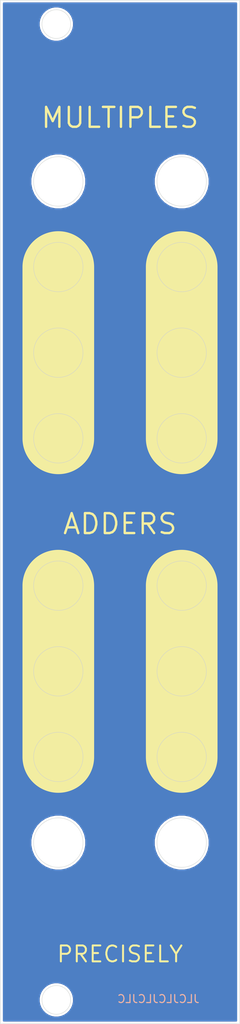
<source format=kicad_pcb>
(kicad_pcb (version 20171130) (host pcbnew "(5.1.10)-1")

  (general
    (thickness 1.6)
    (drawings 36)
    (tracks 0)
    (zones 0)
    (modules 0)
    (nets 1)
  )

  (page A4)
  (layers
    (0 F.Cu signal)
    (31 B.Cu signal)
    (32 B.Adhes user hide)
    (33 F.Adhes user hide)
    (34 B.Paste user hide)
    (35 F.Paste user hide)
    (36 B.SilkS user)
    (37 F.SilkS user)
    (38 B.Mask user)
    (39 F.Mask user)
    (40 Dwgs.User user)
    (41 Cmts.User user hide)
    (42 Eco1.User user)
    (43 Eco2.User user)
    (44 Edge.Cuts user)
    (45 Margin user)
    (46 B.CrtYd user)
    (47 F.CrtYd user)
    (48 B.Fab user hide)
    (49 F.Fab user hide)
  )

  (setup
    (last_trace_width 0.25)
    (user_trace_width 0.3)
    (user_trace_width 0.35)
    (trace_clearance 0.2)
    (zone_clearance 0.254)
    (zone_45_only no)
    (trace_min 0.2)
    (via_size 0.8)
    (via_drill 0.4)
    (via_min_size 0.4)
    (via_min_drill 0.3)
    (uvia_size 0.3)
    (uvia_drill 0.1)
    (uvias_allowed no)
    (uvia_min_size 0.2)
    (uvia_min_drill 0.1)
    (edge_width 0.05)
    (segment_width 0.2)
    (pcb_text_width 0.3)
    (pcb_text_size 1.5 1.5)
    (mod_edge_width 0.12)
    (mod_text_size 1 1)
    (mod_text_width 0.15)
    (pad_size 1.524 1.524)
    (pad_drill 0.762)
    (pad_to_mask_clearance 0)
    (aux_axis_origin 0 0)
    (visible_elements 7FFFFFFF)
    (pcbplotparams
      (layerselection 0x010fc_ffffffff)
      (usegerberextensions true)
      (usegerberattributes false)
      (usegerberadvancedattributes false)
      (creategerberjobfile false)
      (excludeedgelayer true)
      (linewidth 0.100000)
      (plotframeref false)
      (viasonmask false)
      (mode 1)
      (useauxorigin false)
      (hpglpennumber 1)
      (hpglpenspeed 20)
      (hpglpendiameter 15.000000)
      (psnegative false)
      (psa4output false)
      (plotreference true)
      (plotvalue false)
      (plotinvisibletext false)
      (padsonsilk false)
      (subtractmaskfromsilk true)
      (outputformat 1)
      (mirror false)
      (drillshape 0)
      (scaleselection 1)
      (outputdirectory "AddBuff panel gerbs/V2AddBuffPanelgerbs/"))
  )

  (net 0 "")

  (net_class Default "This is the default net class."
    (clearance 0.2)
    (trace_width 0.25)
    (via_dia 0.8)
    (via_drill 0.4)
    (uvia_dia 0.3)
    (uvia_drill 0.1)
  )

  (gr_circle (center 137 145.75) (end 139.1 145.75) (layer B.Mask) (width 0.6) (tstamp 64E16C89))
  (gr_circle (center 137 145.75) (end 139.1 145.75) (layer F.Mask) (width 0.6) (tstamp 64E16C89))
  (gr_circle (center 137 23.25) (end 139.1 23.25) (layer B.Mask) (width 0.6) (tstamp 64E16C54))
  (gr_circle (center 137 23.25) (end 139.1 23.25) (layer F.Mask) (width 0.6))
  (gr_text PRECISELY (at 145 140) (layer F.SilkS)
    (effects (font (size 2 2) (thickness 0.25)))
  )
  (gr_line (start 152.75 93.75) (end 152.75 115.25) (layer F.SilkS) (width 9) (tstamp 64C56FB8))
  (gr_line (start 137.25 93.75) (end 137.25 115.25) (layer F.SilkS) (width 9) (tstamp 64C56FB8))
  (gr_line (start 152.75 53.75) (end 152.75 75.25) (layer F.SilkS) (width 9) (tstamp 64C56FB8))
  (gr_text ADDERS (at 145 86) (layer F.SilkS)
    (effects (font (size 2.5 2.5) (thickness 0.3)))
  )
  (gr_text MULTIPLES (at 145 35) (layer F.SilkS)
    (effects (font (size 2.5 2.5) (thickness 0.3)))
  )
  (gr_line (start 137.25 53.75) (end 137.25 75.25) (layer F.SilkS) (width 9))
  (gr_text JLCJLCJLCJLC (at 149.825 145.625) (layer B.SilkS)
    (effects (font (size 1 1) (thickness 0.15)) (justify mirror))
  )
  (gr_circle (center 152.75 93.75) (end 155.85 93.75) (layer Edge.Cuts) (width 0.05) (tstamp 64C524B7))
  (gr_circle (center 152.75 104.5) (end 155.85 104.5) (layer Edge.Cuts) (width 0.05) (tstamp 64C524B6))
  (gr_circle (center 152.75 115.25) (end 155.85 115.25) (layer Edge.Cuts) (width 0.05) (tstamp 64C524B5))
  (gr_circle (center 152.75 126) (end 155.85 126) (layer Edge.Cuts) (width 0.05) (tstamp 64C524B4))
  (gr_circle (center 137.25 93.75) (end 140.35 93.75) (layer Edge.Cuts) (width 0.05) (tstamp 64C524B7))
  (gr_circle (center 137.25 104.5) (end 140.35 104.5) (layer Edge.Cuts) (width 0.05) (tstamp 64C524B6))
  (gr_circle (center 137.25 115.25) (end 140.35 115.25) (layer Edge.Cuts) (width 0.05) (tstamp 64C524B5))
  (gr_circle (center 137.25 126) (end 140.35 126) (layer Edge.Cuts) (width 0.05) (tstamp 64C524B4))
  (gr_circle (center 152.75 43) (end 155.85 43) (layer Edge.Cuts) (width 0.05) (tstamp 64C524B7))
  (gr_circle (center 152.75 53.75) (end 155.85 53.75) (layer Edge.Cuts) (width 0.05) (tstamp 64C524B6))
  (gr_circle (center 152.75 64.5) (end 155.85 64.5) (layer Edge.Cuts) (width 0.05) (tstamp 64C524B5))
  (gr_circle (center 152.75 75.25) (end 155.85 75.25) (layer Edge.Cuts) (width 0.05) (tstamp 64C524B4))
  (gr_circle (center 137.25 75.25) (end 140.35 75.25) (layer Edge.Cuts) (width 0.05))
  (gr_circle (center 137.25 64.5) (end 140.35 64.5) (layer Edge.Cuts) (width 0.05))
  (gr_circle (center 137.25 53.75) (end 140.35 53.75) (layer Edge.Cuts) (width 0.05))
  (gr_circle (center 137.25 43) (end 140.35 43) (layer Edge.Cuts) (width 0.05))
  (gr_circle (center 137 23.25) (end 138.8 23.25) (layer Edge.Cuts) (width 0.05))
  (gr_circle (center 137 145.75) (end 138.8 145.75) (layer Edge.Cuts) (width 0.05))
  (gr_line (start 130 137) (end 160 137) (layer Dwgs.User) (width 0.15))
  (gr_line (start 130 32) (end 160 32) (layer Dwgs.User) (width 0.15))
  (gr_line (start 130 148.75) (end 130 20.25) (layer Edge.Cuts) (width 0.05))
  (gr_line (start 160 148.75) (end 130 148.75) (layer Edge.Cuts) (width 0.05) (tstamp 64C52467))
  (gr_line (start 160 20.25) (end 160 148.75) (layer Edge.Cuts) (width 0.05))
  (gr_line (start 130 20.25) (end 160 20.25) (layer Edge.Cuts) (width 0.05))

  (zone (net 0) (net_name "") (layer F.Cu) (tstamp 0) (hatch edge 0.508)
    (connect_pads (clearance 0.254))
    (min_thickness 0.254)
    (fill yes (arc_segments 32) (thermal_gap 0.508) (thermal_bridge_width 0.508))
    (polygon
      (pts
        (xy 160 148.75) (xy 130 148.75) (xy 130 20.25) (xy 160 20.25)
      )
    )
    (filled_polygon
      (pts
        (xy 159.594001 148.344) (xy 130.406 148.344) (xy 130.406 145.531814) (xy 134.784719 145.531814) (xy 134.784719 145.968186)
        (xy 134.869851 146.396174) (xy 135.036843 146.799329) (xy 135.279279 147.162159) (xy 135.587841 147.470721) (xy 135.950671 147.713157)
        (xy 136.353826 147.880149) (xy 136.781814 147.965281) (xy 137.218186 147.965281) (xy 137.646174 147.880149) (xy 138.049329 147.713157)
        (xy 138.412159 147.470721) (xy 138.720721 147.162159) (xy 138.963157 146.799329) (xy 139.130149 146.396174) (xy 139.215281 145.968186)
        (xy 139.215281 145.531814) (xy 139.130149 145.103826) (xy 138.963157 144.700671) (xy 138.720721 144.337841) (xy 138.412159 144.029279)
        (xy 138.049329 143.786843) (xy 137.646174 143.619851) (xy 137.218186 143.534719) (xy 136.781814 143.534719) (xy 136.353826 143.619851)
        (xy 135.950671 143.786843) (xy 135.587841 144.029279) (xy 135.279279 144.337841) (xy 135.036843 144.700671) (xy 134.869851 145.103826)
        (xy 134.784719 145.531814) (xy 130.406 145.531814) (xy 130.406 125.654392) (xy 133.740979 125.654392) (xy 133.740979 126.345608)
        (xy 133.875828 127.023544) (xy 134.140346 127.662145) (xy 134.524365 128.236871) (xy 135.013129 128.725635) (xy 135.587855 129.109654)
        (xy 136.226456 129.374172) (xy 136.904392 129.509021) (xy 137.595608 129.509021) (xy 138.273544 129.374172) (xy 138.912145 129.109654)
        (xy 139.486871 128.725635) (xy 139.975635 128.236871) (xy 140.359654 127.662145) (xy 140.624172 127.023544) (xy 140.759021 126.345608)
        (xy 140.759021 125.654392) (xy 149.240979 125.654392) (xy 149.240979 126.345608) (xy 149.375828 127.023544) (xy 149.640346 127.662145)
        (xy 150.024365 128.236871) (xy 150.513129 128.725635) (xy 151.087855 129.109654) (xy 151.726456 129.374172) (xy 152.404392 129.509021)
        (xy 153.095608 129.509021) (xy 153.773544 129.374172) (xy 154.412145 129.109654) (xy 154.986871 128.725635) (xy 155.475635 128.236871)
        (xy 155.859654 127.662145) (xy 156.124172 127.023544) (xy 156.259021 126.345608) (xy 156.259021 125.654392) (xy 156.124172 124.976456)
        (xy 155.859654 124.337855) (xy 155.475635 123.763129) (xy 154.986871 123.274365) (xy 154.412145 122.890346) (xy 153.773544 122.625828)
        (xy 153.095608 122.490979) (xy 152.404392 122.490979) (xy 151.726456 122.625828) (xy 151.087855 122.890346) (xy 150.513129 123.274365)
        (xy 150.024365 123.763129) (xy 149.640346 124.337855) (xy 149.375828 124.976456) (xy 149.240979 125.654392) (xy 140.759021 125.654392)
        (xy 140.624172 124.976456) (xy 140.359654 124.337855) (xy 139.975635 123.763129) (xy 139.486871 123.274365) (xy 138.912145 122.890346)
        (xy 138.273544 122.625828) (xy 137.595608 122.490979) (xy 136.904392 122.490979) (xy 136.226456 122.625828) (xy 135.587855 122.890346)
        (xy 135.013129 123.274365) (xy 134.524365 123.763129) (xy 134.140346 124.337855) (xy 133.875828 124.976456) (xy 133.740979 125.654392)
        (xy 130.406 125.654392) (xy 130.406 114.904392) (xy 133.740979 114.904392) (xy 133.740979 115.595608) (xy 133.875828 116.273544)
        (xy 134.140346 116.912145) (xy 134.524365 117.486871) (xy 135.013129 117.975635) (xy 135.587855 118.359654) (xy 136.226456 118.624172)
        (xy 136.904392 118.759021) (xy 137.595608 118.759021) (xy 138.273544 118.624172) (xy 138.912145 118.359654) (xy 139.486871 117.975635)
        (xy 139.975635 117.486871) (xy 140.359654 116.912145) (xy 140.624172 116.273544) (xy 140.759021 115.595608) (xy 140.759021 114.904392)
        (xy 149.240979 114.904392) (xy 149.240979 115.595608) (xy 149.375828 116.273544) (xy 149.640346 116.912145) (xy 150.024365 117.486871)
        (xy 150.513129 117.975635) (xy 151.087855 118.359654) (xy 151.726456 118.624172) (xy 152.404392 118.759021) (xy 153.095608 118.759021)
        (xy 153.773544 118.624172) (xy 154.412145 118.359654) (xy 154.986871 117.975635) (xy 155.475635 117.486871) (xy 155.859654 116.912145)
        (xy 156.124172 116.273544) (xy 156.259021 115.595608) (xy 156.259021 114.904392) (xy 156.124172 114.226456) (xy 155.859654 113.587855)
        (xy 155.475635 113.013129) (xy 154.986871 112.524365) (xy 154.412145 112.140346) (xy 153.773544 111.875828) (xy 153.095608 111.740979)
        (xy 152.404392 111.740979) (xy 151.726456 111.875828) (xy 151.087855 112.140346) (xy 150.513129 112.524365) (xy 150.024365 113.013129)
        (xy 149.640346 113.587855) (xy 149.375828 114.226456) (xy 149.240979 114.904392) (xy 140.759021 114.904392) (xy 140.624172 114.226456)
        (xy 140.359654 113.587855) (xy 139.975635 113.013129) (xy 139.486871 112.524365) (xy 138.912145 112.140346) (xy 138.273544 111.875828)
        (xy 137.595608 111.740979) (xy 136.904392 111.740979) (xy 136.226456 111.875828) (xy 135.587855 112.140346) (xy 135.013129 112.524365)
        (xy 134.524365 113.013129) (xy 134.140346 113.587855) (xy 133.875828 114.226456) (xy 133.740979 114.904392) (xy 130.406 114.904392)
        (xy 130.406 104.154392) (xy 133.740979 104.154392) (xy 133.740979 104.845608) (xy 133.875828 105.523544) (xy 134.140346 106.162145)
        (xy 134.524365 106.736871) (xy 135.013129 107.225635) (xy 135.587855 107.609654) (xy 136.226456 107.874172) (xy 136.904392 108.009021)
        (xy 137.595608 108.009021) (xy 138.273544 107.874172) (xy 138.912145 107.609654) (xy 139.486871 107.225635) (xy 139.975635 106.736871)
        (xy 140.359654 106.162145) (xy 140.624172 105.523544) (xy 140.759021 104.845608) (xy 140.759021 104.154392) (xy 149.240979 104.154392)
        (xy 149.240979 104.845608) (xy 149.375828 105.523544) (xy 149.640346 106.162145) (xy 150.024365 106.736871) (xy 150.513129 107.225635)
        (xy 151.087855 107.609654) (xy 151.726456 107.874172) (xy 152.404392 108.009021) (xy 153.095608 108.009021) (xy 153.773544 107.874172)
        (xy 154.412145 107.609654) (xy 154.986871 107.225635) (xy 155.475635 106.736871) (xy 155.859654 106.162145) (xy 156.124172 105.523544)
        (xy 156.259021 104.845608) (xy 156.259021 104.154392) (xy 156.124172 103.476456) (xy 155.859654 102.837855) (xy 155.475635 102.263129)
        (xy 154.986871 101.774365) (xy 154.412145 101.390346) (xy 153.773544 101.125828) (xy 153.095608 100.990979) (xy 152.404392 100.990979)
        (xy 151.726456 101.125828) (xy 151.087855 101.390346) (xy 150.513129 101.774365) (xy 150.024365 102.263129) (xy 149.640346 102.837855)
        (xy 149.375828 103.476456) (xy 149.240979 104.154392) (xy 140.759021 104.154392) (xy 140.624172 103.476456) (xy 140.359654 102.837855)
        (xy 139.975635 102.263129) (xy 139.486871 101.774365) (xy 138.912145 101.390346) (xy 138.273544 101.125828) (xy 137.595608 100.990979)
        (xy 136.904392 100.990979) (xy 136.226456 101.125828) (xy 135.587855 101.390346) (xy 135.013129 101.774365) (xy 134.524365 102.263129)
        (xy 134.140346 102.837855) (xy 133.875828 103.476456) (xy 133.740979 104.154392) (xy 130.406 104.154392) (xy 130.406 93.404392)
        (xy 133.740979 93.404392) (xy 133.740979 94.095608) (xy 133.875828 94.773544) (xy 134.140346 95.412145) (xy 134.524365 95.986871)
        (xy 135.013129 96.475635) (xy 135.587855 96.859654) (xy 136.226456 97.124172) (xy 136.904392 97.259021) (xy 137.595608 97.259021)
        (xy 138.273544 97.124172) (xy 138.912145 96.859654) (xy 139.486871 96.475635) (xy 139.975635 95.986871) (xy 140.359654 95.412145)
        (xy 140.624172 94.773544) (xy 140.759021 94.095608) (xy 140.759021 93.404392) (xy 149.240979 93.404392) (xy 149.240979 94.095608)
        (xy 149.375828 94.773544) (xy 149.640346 95.412145) (xy 150.024365 95.986871) (xy 150.513129 96.475635) (xy 151.087855 96.859654)
        (xy 151.726456 97.124172) (xy 152.404392 97.259021) (xy 153.095608 97.259021) (xy 153.773544 97.124172) (xy 154.412145 96.859654)
        (xy 154.986871 96.475635) (xy 155.475635 95.986871) (xy 155.859654 95.412145) (xy 156.124172 94.773544) (xy 156.259021 94.095608)
        (xy 156.259021 93.404392) (xy 156.124172 92.726456) (xy 155.859654 92.087855) (xy 155.475635 91.513129) (xy 154.986871 91.024365)
        (xy 154.412145 90.640346) (xy 153.773544 90.375828) (xy 153.095608 90.240979) (xy 152.404392 90.240979) (xy 151.726456 90.375828)
        (xy 151.087855 90.640346) (xy 150.513129 91.024365) (xy 150.024365 91.513129) (xy 149.640346 92.087855) (xy 149.375828 92.726456)
        (xy 149.240979 93.404392) (xy 140.759021 93.404392) (xy 140.624172 92.726456) (xy 140.359654 92.087855) (xy 139.975635 91.513129)
        (xy 139.486871 91.024365) (xy 138.912145 90.640346) (xy 138.273544 90.375828) (xy 137.595608 90.240979) (xy 136.904392 90.240979)
        (xy 136.226456 90.375828) (xy 135.587855 90.640346) (xy 135.013129 91.024365) (xy 134.524365 91.513129) (xy 134.140346 92.087855)
        (xy 133.875828 92.726456) (xy 133.740979 93.404392) (xy 130.406 93.404392) (xy 130.406 74.904392) (xy 133.740979 74.904392)
        (xy 133.740979 75.595608) (xy 133.875828 76.273544) (xy 134.140346 76.912145) (xy 134.524365 77.486871) (xy 135.013129 77.975635)
        (xy 135.587855 78.359654) (xy 136.226456 78.624172) (xy 136.904392 78.759021) (xy 137.595608 78.759021) (xy 138.273544 78.624172)
        (xy 138.912145 78.359654) (xy 139.486871 77.975635) (xy 139.975635 77.486871) (xy 140.359654 76.912145) (xy 140.624172 76.273544)
        (xy 140.759021 75.595608) (xy 140.759021 74.904392) (xy 149.240979 74.904392) (xy 149.240979 75.595608) (xy 149.375828 76.273544)
        (xy 149.640346 76.912145) (xy 150.024365 77.486871) (xy 150.513129 77.975635) (xy 151.087855 78.359654) (xy 151.726456 78.624172)
        (xy 152.404392 78.759021) (xy 153.095608 78.759021) (xy 153.773544 78.624172) (xy 154.412145 78.359654) (xy 154.986871 77.975635)
        (xy 155.475635 77.486871) (xy 155.859654 76.912145) (xy 156.124172 76.273544) (xy 156.259021 75.595608) (xy 156.259021 74.904392)
        (xy 156.124172 74.226456) (xy 155.859654 73.587855) (xy 155.475635 73.013129) (xy 154.986871 72.524365) (xy 154.412145 72.140346)
        (xy 153.773544 71.875828) (xy 153.095608 71.740979) (xy 152.404392 71.740979) (xy 151.726456 71.875828) (xy 151.087855 72.140346)
        (xy 150.513129 72.524365) (xy 150.024365 73.013129) (xy 149.640346 73.587855) (xy 149.375828 74.226456) (xy 149.240979 74.904392)
        (xy 140.759021 74.904392) (xy 140.624172 74.226456) (xy 140.359654 73.587855) (xy 139.975635 73.013129) (xy 139.486871 72.524365)
        (xy 138.912145 72.140346) (xy 138.273544 71.875828) (xy 137.595608 71.740979) (xy 136.904392 71.740979) (xy 136.226456 71.875828)
        (xy 135.587855 72.140346) (xy 135.013129 72.524365) (xy 134.524365 73.013129) (xy 134.140346 73.587855) (xy 133.875828 74.226456)
        (xy 133.740979 74.904392) (xy 130.406 74.904392) (xy 130.406 64.154392) (xy 133.740979 64.154392) (xy 133.740979 64.845608)
        (xy 133.875828 65.523544) (xy 134.140346 66.162145) (xy 134.524365 66.736871) (xy 135.013129 67.225635) (xy 135.587855 67.609654)
        (xy 136.226456 67.874172) (xy 136.904392 68.009021) (xy 137.595608 68.009021) (xy 138.273544 67.874172) (xy 138.912145 67.609654)
        (xy 139.486871 67.225635) (xy 139.975635 66.736871) (xy 140.359654 66.162145) (xy 140.624172 65.523544) (xy 140.759021 64.845608)
        (xy 140.759021 64.154392) (xy 149.240979 64.154392) (xy 149.240979 64.845608) (xy 149.375828 65.523544) (xy 149.640346 66.162145)
        (xy 150.024365 66.736871) (xy 150.513129 67.225635) (xy 151.087855 67.609654) (xy 151.726456 67.874172) (xy 152.404392 68.009021)
        (xy 153.095608 68.009021) (xy 153.773544 67.874172) (xy 154.412145 67.609654) (xy 154.986871 67.225635) (xy 155.475635 66.736871)
        (xy 155.859654 66.162145) (xy 156.124172 65.523544) (xy 156.259021 64.845608) (xy 156.259021 64.154392) (xy 156.124172 63.476456)
        (xy 155.859654 62.837855) (xy 155.475635 62.263129) (xy 154.986871 61.774365) (xy 154.412145 61.390346) (xy 153.773544 61.125828)
        (xy 153.095608 60.990979) (xy 152.404392 60.990979) (xy 151.726456 61.125828) (xy 151.087855 61.390346) (xy 150.513129 61.774365)
        (xy 150.024365 62.263129) (xy 149.640346 62.837855) (xy 149.375828 63.476456) (xy 149.240979 64.154392) (xy 140.759021 64.154392)
        (xy 140.624172 63.476456) (xy 140.359654 62.837855) (xy 139.975635 62.263129) (xy 139.486871 61.774365) (xy 138.912145 61.390346)
        (xy 138.273544 61.125828) (xy 137.595608 60.990979) (xy 136.904392 60.990979) (xy 136.226456 61.125828) (xy 135.587855 61.390346)
        (xy 135.013129 61.774365) (xy 134.524365 62.263129) (xy 134.140346 62.837855) (xy 133.875828 63.476456) (xy 133.740979 64.154392)
        (xy 130.406 64.154392) (xy 130.406 53.404392) (xy 133.740979 53.404392) (xy 133.740979 54.095608) (xy 133.875828 54.773544)
        (xy 134.140346 55.412145) (xy 134.524365 55.986871) (xy 135.013129 56.475635) (xy 135.587855 56.859654) (xy 136.226456 57.124172)
        (xy 136.904392 57.259021) (xy 137.595608 57.259021) (xy 138.273544 57.124172) (xy 138.912145 56.859654) (xy 139.486871 56.475635)
        (xy 139.975635 55.986871) (xy 140.359654 55.412145) (xy 140.624172 54.773544) (xy 140.759021 54.095608) (xy 140.759021 53.404392)
        (xy 149.240979 53.404392) (xy 149.240979 54.095608) (xy 149.375828 54.773544) (xy 149.640346 55.412145) (xy 150.024365 55.986871)
        (xy 150.513129 56.475635) (xy 151.087855 56.859654) (xy 151.726456 57.124172) (xy 152.404392 57.259021) (xy 153.095608 57.259021)
        (xy 153.773544 57.124172) (xy 154.412145 56.859654) (xy 154.986871 56.475635) (xy 155.475635 55.986871) (xy 155.859654 55.412145)
        (xy 156.124172 54.773544) (xy 156.259021 54.095608) (xy 156.259021 53.404392) (xy 156.124172 52.726456) (xy 155.859654 52.087855)
        (xy 155.475635 51.513129) (xy 154.986871 51.024365) (xy 154.412145 50.640346) (xy 153.773544 50.375828) (xy 153.095608 50.240979)
        (xy 152.404392 50.240979) (xy 151.726456 50.375828) (xy 151.087855 50.640346) (xy 150.513129 51.024365) (xy 150.024365 51.513129)
        (xy 149.640346 52.087855) (xy 149.375828 52.726456) (xy 149.240979 53.404392) (xy 140.759021 53.404392) (xy 140.624172 52.726456)
        (xy 140.359654 52.087855) (xy 139.975635 51.513129) (xy 139.486871 51.024365) (xy 138.912145 50.640346) (xy 138.273544 50.375828)
        (xy 137.595608 50.240979) (xy 136.904392 50.240979) (xy 136.226456 50.375828) (xy 135.587855 50.640346) (xy 135.013129 51.024365)
        (xy 134.524365 51.513129) (xy 134.140346 52.087855) (xy 133.875828 52.726456) (xy 133.740979 53.404392) (xy 130.406 53.404392)
        (xy 130.406 42.654392) (xy 133.740979 42.654392) (xy 133.740979 43.345608) (xy 133.875828 44.023544) (xy 134.140346 44.662145)
        (xy 134.524365 45.236871) (xy 135.013129 45.725635) (xy 135.587855 46.109654) (xy 136.226456 46.374172) (xy 136.904392 46.509021)
        (xy 137.595608 46.509021) (xy 138.273544 46.374172) (xy 138.912145 46.109654) (xy 139.486871 45.725635) (xy 139.975635 45.236871)
        (xy 140.359654 44.662145) (xy 140.624172 44.023544) (xy 140.759021 43.345608) (xy 140.759021 42.654392) (xy 149.240979 42.654392)
        (xy 149.240979 43.345608) (xy 149.375828 44.023544) (xy 149.640346 44.662145) (xy 150.024365 45.236871) (xy 150.513129 45.725635)
        (xy 151.087855 46.109654) (xy 151.726456 46.374172) (xy 152.404392 46.509021) (xy 153.095608 46.509021) (xy 153.773544 46.374172)
        (xy 154.412145 46.109654) (xy 154.986871 45.725635) (xy 155.475635 45.236871) (xy 155.859654 44.662145) (xy 156.124172 44.023544)
        (xy 156.259021 43.345608) (xy 156.259021 42.654392) (xy 156.124172 41.976456) (xy 155.859654 41.337855) (xy 155.475635 40.763129)
        (xy 154.986871 40.274365) (xy 154.412145 39.890346) (xy 153.773544 39.625828) (xy 153.095608 39.490979) (xy 152.404392 39.490979)
        (xy 151.726456 39.625828) (xy 151.087855 39.890346) (xy 150.513129 40.274365) (xy 150.024365 40.763129) (xy 149.640346 41.337855)
        (xy 149.375828 41.976456) (xy 149.240979 42.654392) (xy 140.759021 42.654392) (xy 140.624172 41.976456) (xy 140.359654 41.337855)
        (xy 139.975635 40.763129) (xy 139.486871 40.274365) (xy 138.912145 39.890346) (xy 138.273544 39.625828) (xy 137.595608 39.490979)
        (xy 136.904392 39.490979) (xy 136.226456 39.625828) (xy 135.587855 39.890346) (xy 135.013129 40.274365) (xy 134.524365 40.763129)
        (xy 134.140346 41.337855) (xy 133.875828 41.976456) (xy 133.740979 42.654392) (xy 130.406 42.654392) (xy 130.406 23.031814)
        (xy 134.784719 23.031814) (xy 134.784719 23.468186) (xy 134.869851 23.896174) (xy 135.036843 24.299329) (xy 135.279279 24.662159)
        (xy 135.587841 24.970721) (xy 135.950671 25.213157) (xy 136.353826 25.380149) (xy 136.781814 25.465281) (xy 137.218186 25.465281)
        (xy 137.646174 25.380149) (xy 138.049329 25.213157) (xy 138.412159 24.970721) (xy 138.720721 24.662159) (xy 138.963157 24.299329)
        (xy 139.130149 23.896174) (xy 139.215281 23.468186) (xy 139.215281 23.031814) (xy 139.130149 22.603826) (xy 138.963157 22.200671)
        (xy 138.720721 21.837841) (xy 138.412159 21.529279) (xy 138.049329 21.286843) (xy 137.646174 21.119851) (xy 137.218186 21.034719)
        (xy 136.781814 21.034719) (xy 136.353826 21.119851) (xy 135.950671 21.286843) (xy 135.587841 21.529279) (xy 135.279279 21.837841)
        (xy 135.036843 22.200671) (xy 134.869851 22.603826) (xy 134.784719 23.031814) (xy 130.406 23.031814) (xy 130.406 20.656)
        (xy 159.594 20.656)
      )
    )
  )
  (zone (net 0) (net_name "") (layer B.Cu) (tstamp 0) (hatch edge 0.508)
    (connect_pads (clearance 0.254))
    (min_thickness 0.254)
    (fill yes (arc_segments 32) (thermal_gap 0.508) (thermal_bridge_width 0.508))
    (polygon
      (pts
        (xy 160 148.75) (xy 130 148.75) (xy 130 20.25) (xy 160 20.25)
      )
    )
    (filled_polygon
      (pts
        (xy 159.594001 148.344) (xy 130.406 148.344) (xy 130.406 145.531814) (xy 134.784719 145.531814) (xy 134.784719 145.968186)
        (xy 134.869851 146.396174) (xy 135.036843 146.799329) (xy 135.279279 147.162159) (xy 135.587841 147.470721) (xy 135.950671 147.713157)
        (xy 136.353826 147.880149) (xy 136.781814 147.965281) (xy 137.218186 147.965281) (xy 137.646174 147.880149) (xy 138.049329 147.713157)
        (xy 138.412159 147.470721) (xy 138.720721 147.162159) (xy 138.963157 146.799329) (xy 139.130149 146.396174) (xy 139.215281 145.968186)
        (xy 139.215281 145.531814) (xy 139.130149 145.103826) (xy 138.963157 144.700671) (xy 138.720721 144.337841) (xy 138.412159 144.029279)
        (xy 138.049329 143.786843) (xy 137.646174 143.619851) (xy 137.218186 143.534719) (xy 136.781814 143.534719) (xy 136.353826 143.619851)
        (xy 135.950671 143.786843) (xy 135.587841 144.029279) (xy 135.279279 144.337841) (xy 135.036843 144.700671) (xy 134.869851 145.103826)
        (xy 134.784719 145.531814) (xy 130.406 145.531814) (xy 130.406 125.654392) (xy 133.740979 125.654392) (xy 133.740979 126.345608)
        (xy 133.875828 127.023544) (xy 134.140346 127.662145) (xy 134.524365 128.236871) (xy 135.013129 128.725635) (xy 135.587855 129.109654)
        (xy 136.226456 129.374172) (xy 136.904392 129.509021) (xy 137.595608 129.509021) (xy 138.273544 129.374172) (xy 138.912145 129.109654)
        (xy 139.486871 128.725635) (xy 139.975635 128.236871) (xy 140.359654 127.662145) (xy 140.624172 127.023544) (xy 140.759021 126.345608)
        (xy 140.759021 125.654392) (xy 149.240979 125.654392) (xy 149.240979 126.345608) (xy 149.375828 127.023544) (xy 149.640346 127.662145)
        (xy 150.024365 128.236871) (xy 150.513129 128.725635) (xy 151.087855 129.109654) (xy 151.726456 129.374172) (xy 152.404392 129.509021)
        (xy 153.095608 129.509021) (xy 153.773544 129.374172) (xy 154.412145 129.109654) (xy 154.986871 128.725635) (xy 155.475635 128.236871)
        (xy 155.859654 127.662145) (xy 156.124172 127.023544) (xy 156.259021 126.345608) (xy 156.259021 125.654392) (xy 156.124172 124.976456)
        (xy 155.859654 124.337855) (xy 155.475635 123.763129) (xy 154.986871 123.274365) (xy 154.412145 122.890346) (xy 153.773544 122.625828)
        (xy 153.095608 122.490979) (xy 152.404392 122.490979) (xy 151.726456 122.625828) (xy 151.087855 122.890346) (xy 150.513129 123.274365)
        (xy 150.024365 123.763129) (xy 149.640346 124.337855) (xy 149.375828 124.976456) (xy 149.240979 125.654392) (xy 140.759021 125.654392)
        (xy 140.624172 124.976456) (xy 140.359654 124.337855) (xy 139.975635 123.763129) (xy 139.486871 123.274365) (xy 138.912145 122.890346)
        (xy 138.273544 122.625828) (xy 137.595608 122.490979) (xy 136.904392 122.490979) (xy 136.226456 122.625828) (xy 135.587855 122.890346)
        (xy 135.013129 123.274365) (xy 134.524365 123.763129) (xy 134.140346 124.337855) (xy 133.875828 124.976456) (xy 133.740979 125.654392)
        (xy 130.406 125.654392) (xy 130.406 114.904392) (xy 133.740979 114.904392) (xy 133.740979 115.595608) (xy 133.875828 116.273544)
        (xy 134.140346 116.912145) (xy 134.524365 117.486871) (xy 135.013129 117.975635) (xy 135.587855 118.359654) (xy 136.226456 118.624172)
        (xy 136.904392 118.759021) (xy 137.595608 118.759021) (xy 138.273544 118.624172) (xy 138.912145 118.359654) (xy 139.486871 117.975635)
        (xy 139.975635 117.486871) (xy 140.359654 116.912145) (xy 140.624172 116.273544) (xy 140.759021 115.595608) (xy 140.759021 114.904392)
        (xy 149.240979 114.904392) (xy 149.240979 115.595608) (xy 149.375828 116.273544) (xy 149.640346 116.912145) (xy 150.024365 117.486871)
        (xy 150.513129 117.975635) (xy 151.087855 118.359654) (xy 151.726456 118.624172) (xy 152.404392 118.759021) (xy 153.095608 118.759021)
        (xy 153.773544 118.624172) (xy 154.412145 118.359654) (xy 154.986871 117.975635) (xy 155.475635 117.486871) (xy 155.859654 116.912145)
        (xy 156.124172 116.273544) (xy 156.259021 115.595608) (xy 156.259021 114.904392) (xy 156.124172 114.226456) (xy 155.859654 113.587855)
        (xy 155.475635 113.013129) (xy 154.986871 112.524365) (xy 154.412145 112.140346) (xy 153.773544 111.875828) (xy 153.095608 111.740979)
        (xy 152.404392 111.740979) (xy 151.726456 111.875828) (xy 151.087855 112.140346) (xy 150.513129 112.524365) (xy 150.024365 113.013129)
        (xy 149.640346 113.587855) (xy 149.375828 114.226456) (xy 149.240979 114.904392) (xy 140.759021 114.904392) (xy 140.624172 114.226456)
        (xy 140.359654 113.587855) (xy 139.975635 113.013129) (xy 139.486871 112.524365) (xy 138.912145 112.140346) (xy 138.273544 111.875828)
        (xy 137.595608 111.740979) (xy 136.904392 111.740979) (xy 136.226456 111.875828) (xy 135.587855 112.140346) (xy 135.013129 112.524365)
        (xy 134.524365 113.013129) (xy 134.140346 113.587855) (xy 133.875828 114.226456) (xy 133.740979 114.904392) (xy 130.406 114.904392)
        (xy 130.406 104.154392) (xy 133.740979 104.154392) (xy 133.740979 104.845608) (xy 133.875828 105.523544) (xy 134.140346 106.162145)
        (xy 134.524365 106.736871) (xy 135.013129 107.225635) (xy 135.587855 107.609654) (xy 136.226456 107.874172) (xy 136.904392 108.009021)
        (xy 137.595608 108.009021) (xy 138.273544 107.874172) (xy 138.912145 107.609654) (xy 139.486871 107.225635) (xy 139.975635 106.736871)
        (xy 140.359654 106.162145) (xy 140.624172 105.523544) (xy 140.759021 104.845608) (xy 140.759021 104.154392) (xy 149.240979 104.154392)
        (xy 149.240979 104.845608) (xy 149.375828 105.523544) (xy 149.640346 106.162145) (xy 150.024365 106.736871) (xy 150.513129 107.225635)
        (xy 151.087855 107.609654) (xy 151.726456 107.874172) (xy 152.404392 108.009021) (xy 153.095608 108.009021) (xy 153.773544 107.874172)
        (xy 154.412145 107.609654) (xy 154.986871 107.225635) (xy 155.475635 106.736871) (xy 155.859654 106.162145) (xy 156.124172 105.523544)
        (xy 156.259021 104.845608) (xy 156.259021 104.154392) (xy 156.124172 103.476456) (xy 155.859654 102.837855) (xy 155.475635 102.263129)
        (xy 154.986871 101.774365) (xy 154.412145 101.390346) (xy 153.773544 101.125828) (xy 153.095608 100.990979) (xy 152.404392 100.990979)
        (xy 151.726456 101.125828) (xy 151.087855 101.390346) (xy 150.513129 101.774365) (xy 150.024365 102.263129) (xy 149.640346 102.837855)
        (xy 149.375828 103.476456) (xy 149.240979 104.154392) (xy 140.759021 104.154392) (xy 140.624172 103.476456) (xy 140.359654 102.837855)
        (xy 139.975635 102.263129) (xy 139.486871 101.774365) (xy 138.912145 101.390346) (xy 138.273544 101.125828) (xy 137.595608 100.990979)
        (xy 136.904392 100.990979) (xy 136.226456 101.125828) (xy 135.587855 101.390346) (xy 135.013129 101.774365) (xy 134.524365 102.263129)
        (xy 134.140346 102.837855) (xy 133.875828 103.476456) (xy 133.740979 104.154392) (xy 130.406 104.154392) (xy 130.406 93.404392)
        (xy 133.740979 93.404392) (xy 133.740979 94.095608) (xy 133.875828 94.773544) (xy 134.140346 95.412145) (xy 134.524365 95.986871)
        (xy 135.013129 96.475635) (xy 135.587855 96.859654) (xy 136.226456 97.124172) (xy 136.904392 97.259021) (xy 137.595608 97.259021)
        (xy 138.273544 97.124172) (xy 138.912145 96.859654) (xy 139.486871 96.475635) (xy 139.975635 95.986871) (xy 140.359654 95.412145)
        (xy 140.624172 94.773544) (xy 140.759021 94.095608) (xy 140.759021 93.404392) (xy 149.240979 93.404392) (xy 149.240979 94.095608)
        (xy 149.375828 94.773544) (xy 149.640346 95.412145) (xy 150.024365 95.986871) (xy 150.513129 96.475635) (xy 151.087855 96.859654)
        (xy 151.726456 97.124172) (xy 152.404392 97.259021) (xy 153.095608 97.259021) (xy 153.773544 97.124172) (xy 154.412145 96.859654)
        (xy 154.986871 96.475635) (xy 155.475635 95.986871) (xy 155.859654 95.412145) (xy 156.124172 94.773544) (xy 156.259021 94.095608)
        (xy 156.259021 93.404392) (xy 156.124172 92.726456) (xy 155.859654 92.087855) (xy 155.475635 91.513129) (xy 154.986871 91.024365)
        (xy 154.412145 90.640346) (xy 153.773544 90.375828) (xy 153.095608 90.240979) (xy 152.404392 90.240979) (xy 151.726456 90.375828)
        (xy 151.087855 90.640346) (xy 150.513129 91.024365) (xy 150.024365 91.513129) (xy 149.640346 92.087855) (xy 149.375828 92.726456)
        (xy 149.240979 93.404392) (xy 140.759021 93.404392) (xy 140.624172 92.726456) (xy 140.359654 92.087855) (xy 139.975635 91.513129)
        (xy 139.486871 91.024365) (xy 138.912145 90.640346) (xy 138.273544 90.375828) (xy 137.595608 90.240979) (xy 136.904392 90.240979)
        (xy 136.226456 90.375828) (xy 135.587855 90.640346) (xy 135.013129 91.024365) (xy 134.524365 91.513129) (xy 134.140346 92.087855)
        (xy 133.875828 92.726456) (xy 133.740979 93.404392) (xy 130.406 93.404392) (xy 130.406 74.904392) (xy 133.740979 74.904392)
        (xy 133.740979 75.595608) (xy 133.875828 76.273544) (xy 134.140346 76.912145) (xy 134.524365 77.486871) (xy 135.013129 77.975635)
        (xy 135.587855 78.359654) (xy 136.226456 78.624172) (xy 136.904392 78.759021) (xy 137.595608 78.759021) (xy 138.273544 78.624172)
        (xy 138.912145 78.359654) (xy 139.486871 77.975635) (xy 139.975635 77.486871) (xy 140.359654 76.912145) (xy 140.624172 76.273544)
        (xy 140.759021 75.595608) (xy 140.759021 74.904392) (xy 149.240979 74.904392) (xy 149.240979 75.595608) (xy 149.375828 76.273544)
        (xy 149.640346 76.912145) (xy 150.024365 77.486871) (xy 150.513129 77.975635) (xy 151.087855 78.359654) (xy 151.726456 78.624172)
        (xy 152.404392 78.759021) (xy 153.095608 78.759021) (xy 153.773544 78.624172) (xy 154.412145 78.359654) (xy 154.986871 77.975635)
        (xy 155.475635 77.486871) (xy 155.859654 76.912145) (xy 156.124172 76.273544) (xy 156.259021 75.595608) (xy 156.259021 74.904392)
        (xy 156.124172 74.226456) (xy 155.859654 73.587855) (xy 155.475635 73.013129) (xy 154.986871 72.524365) (xy 154.412145 72.140346)
        (xy 153.773544 71.875828) (xy 153.095608 71.740979) (xy 152.404392 71.740979) (xy 151.726456 71.875828) (xy 151.087855 72.140346)
        (xy 150.513129 72.524365) (xy 150.024365 73.013129) (xy 149.640346 73.587855) (xy 149.375828 74.226456) (xy 149.240979 74.904392)
        (xy 140.759021 74.904392) (xy 140.624172 74.226456) (xy 140.359654 73.587855) (xy 139.975635 73.013129) (xy 139.486871 72.524365)
        (xy 138.912145 72.140346) (xy 138.273544 71.875828) (xy 137.595608 71.740979) (xy 136.904392 71.740979) (xy 136.226456 71.875828)
        (xy 135.587855 72.140346) (xy 135.013129 72.524365) (xy 134.524365 73.013129) (xy 134.140346 73.587855) (xy 133.875828 74.226456)
        (xy 133.740979 74.904392) (xy 130.406 74.904392) (xy 130.406 64.154392) (xy 133.740979 64.154392) (xy 133.740979 64.845608)
        (xy 133.875828 65.523544) (xy 134.140346 66.162145) (xy 134.524365 66.736871) (xy 135.013129 67.225635) (xy 135.587855 67.609654)
        (xy 136.226456 67.874172) (xy 136.904392 68.009021) (xy 137.595608 68.009021) (xy 138.273544 67.874172) (xy 138.912145 67.609654)
        (xy 139.486871 67.225635) (xy 139.975635 66.736871) (xy 140.359654 66.162145) (xy 140.624172 65.523544) (xy 140.759021 64.845608)
        (xy 140.759021 64.154392) (xy 149.240979 64.154392) (xy 149.240979 64.845608) (xy 149.375828 65.523544) (xy 149.640346 66.162145)
        (xy 150.024365 66.736871) (xy 150.513129 67.225635) (xy 151.087855 67.609654) (xy 151.726456 67.874172) (xy 152.404392 68.009021)
        (xy 153.095608 68.009021) (xy 153.773544 67.874172) (xy 154.412145 67.609654) (xy 154.986871 67.225635) (xy 155.475635 66.736871)
        (xy 155.859654 66.162145) (xy 156.124172 65.523544) (xy 156.259021 64.845608) (xy 156.259021 64.154392) (xy 156.124172 63.476456)
        (xy 155.859654 62.837855) (xy 155.475635 62.263129) (xy 154.986871 61.774365) (xy 154.412145 61.390346) (xy 153.773544 61.125828)
        (xy 153.095608 60.990979) (xy 152.404392 60.990979) (xy 151.726456 61.125828) (xy 151.087855 61.390346) (xy 150.513129 61.774365)
        (xy 150.024365 62.263129) (xy 149.640346 62.837855) (xy 149.375828 63.476456) (xy 149.240979 64.154392) (xy 140.759021 64.154392)
        (xy 140.624172 63.476456) (xy 140.359654 62.837855) (xy 139.975635 62.263129) (xy 139.486871 61.774365) (xy 138.912145 61.390346)
        (xy 138.273544 61.125828) (xy 137.595608 60.990979) (xy 136.904392 60.990979) (xy 136.226456 61.125828) (xy 135.587855 61.390346)
        (xy 135.013129 61.774365) (xy 134.524365 62.263129) (xy 134.140346 62.837855) (xy 133.875828 63.476456) (xy 133.740979 64.154392)
        (xy 130.406 64.154392) (xy 130.406 53.404392) (xy 133.740979 53.404392) (xy 133.740979 54.095608) (xy 133.875828 54.773544)
        (xy 134.140346 55.412145) (xy 134.524365 55.986871) (xy 135.013129 56.475635) (xy 135.587855 56.859654) (xy 136.226456 57.124172)
        (xy 136.904392 57.259021) (xy 137.595608 57.259021) (xy 138.273544 57.124172) (xy 138.912145 56.859654) (xy 139.486871 56.475635)
        (xy 139.975635 55.986871) (xy 140.359654 55.412145) (xy 140.624172 54.773544) (xy 140.759021 54.095608) (xy 140.759021 53.404392)
        (xy 149.240979 53.404392) (xy 149.240979 54.095608) (xy 149.375828 54.773544) (xy 149.640346 55.412145) (xy 150.024365 55.986871)
        (xy 150.513129 56.475635) (xy 151.087855 56.859654) (xy 151.726456 57.124172) (xy 152.404392 57.259021) (xy 153.095608 57.259021)
        (xy 153.773544 57.124172) (xy 154.412145 56.859654) (xy 154.986871 56.475635) (xy 155.475635 55.986871) (xy 155.859654 55.412145)
        (xy 156.124172 54.773544) (xy 156.259021 54.095608) (xy 156.259021 53.404392) (xy 156.124172 52.726456) (xy 155.859654 52.087855)
        (xy 155.475635 51.513129) (xy 154.986871 51.024365) (xy 154.412145 50.640346) (xy 153.773544 50.375828) (xy 153.095608 50.240979)
        (xy 152.404392 50.240979) (xy 151.726456 50.375828) (xy 151.087855 50.640346) (xy 150.513129 51.024365) (xy 150.024365 51.513129)
        (xy 149.640346 52.087855) (xy 149.375828 52.726456) (xy 149.240979 53.404392) (xy 140.759021 53.404392) (xy 140.624172 52.726456)
        (xy 140.359654 52.087855) (xy 139.975635 51.513129) (xy 139.486871 51.024365) (xy 138.912145 50.640346) (xy 138.273544 50.375828)
        (xy 137.595608 50.240979) (xy 136.904392 50.240979) (xy 136.226456 50.375828) (xy 135.587855 50.640346) (xy 135.013129 51.024365)
        (xy 134.524365 51.513129) (xy 134.140346 52.087855) (xy 133.875828 52.726456) (xy 133.740979 53.404392) (xy 130.406 53.404392)
        (xy 130.406 42.654392) (xy 133.740979 42.654392) (xy 133.740979 43.345608) (xy 133.875828 44.023544) (xy 134.140346 44.662145)
        (xy 134.524365 45.236871) (xy 135.013129 45.725635) (xy 135.587855 46.109654) (xy 136.226456 46.374172) (xy 136.904392 46.509021)
        (xy 137.595608 46.509021) (xy 138.273544 46.374172) (xy 138.912145 46.109654) (xy 139.486871 45.725635) (xy 139.975635 45.236871)
        (xy 140.359654 44.662145) (xy 140.624172 44.023544) (xy 140.759021 43.345608) (xy 140.759021 42.654392) (xy 149.240979 42.654392)
        (xy 149.240979 43.345608) (xy 149.375828 44.023544) (xy 149.640346 44.662145) (xy 150.024365 45.236871) (xy 150.513129 45.725635)
        (xy 151.087855 46.109654) (xy 151.726456 46.374172) (xy 152.404392 46.509021) (xy 153.095608 46.509021) (xy 153.773544 46.374172)
        (xy 154.412145 46.109654) (xy 154.986871 45.725635) (xy 155.475635 45.236871) (xy 155.859654 44.662145) (xy 156.124172 44.023544)
        (xy 156.259021 43.345608) (xy 156.259021 42.654392) (xy 156.124172 41.976456) (xy 155.859654 41.337855) (xy 155.475635 40.763129)
        (xy 154.986871 40.274365) (xy 154.412145 39.890346) (xy 153.773544 39.625828) (xy 153.095608 39.490979) (xy 152.404392 39.490979)
        (xy 151.726456 39.625828) (xy 151.087855 39.890346) (xy 150.513129 40.274365) (xy 150.024365 40.763129) (xy 149.640346 41.337855)
        (xy 149.375828 41.976456) (xy 149.240979 42.654392) (xy 140.759021 42.654392) (xy 140.624172 41.976456) (xy 140.359654 41.337855)
        (xy 139.975635 40.763129) (xy 139.486871 40.274365) (xy 138.912145 39.890346) (xy 138.273544 39.625828) (xy 137.595608 39.490979)
        (xy 136.904392 39.490979) (xy 136.226456 39.625828) (xy 135.587855 39.890346) (xy 135.013129 40.274365) (xy 134.524365 40.763129)
        (xy 134.140346 41.337855) (xy 133.875828 41.976456) (xy 133.740979 42.654392) (xy 130.406 42.654392) (xy 130.406 23.031814)
        (xy 134.784719 23.031814) (xy 134.784719 23.468186) (xy 134.869851 23.896174) (xy 135.036843 24.299329) (xy 135.279279 24.662159)
        (xy 135.587841 24.970721) (xy 135.950671 25.213157) (xy 136.353826 25.380149) (xy 136.781814 25.465281) (xy 137.218186 25.465281)
        (xy 137.646174 25.380149) (xy 138.049329 25.213157) (xy 138.412159 24.970721) (xy 138.720721 24.662159) (xy 138.963157 24.299329)
        (xy 139.130149 23.896174) (xy 139.215281 23.468186) (xy 139.215281 23.031814) (xy 139.130149 22.603826) (xy 138.963157 22.200671)
        (xy 138.720721 21.837841) (xy 138.412159 21.529279) (xy 138.049329 21.286843) (xy 137.646174 21.119851) (xy 137.218186 21.034719)
        (xy 136.781814 21.034719) (xy 136.353826 21.119851) (xy 135.950671 21.286843) (xy 135.587841 21.529279) (xy 135.279279 21.837841)
        (xy 135.036843 22.200671) (xy 134.869851 22.603826) (xy 134.784719 23.031814) (xy 130.406 23.031814) (xy 130.406 20.656)
        (xy 159.594 20.656)
      )
    )
  )
)

</source>
